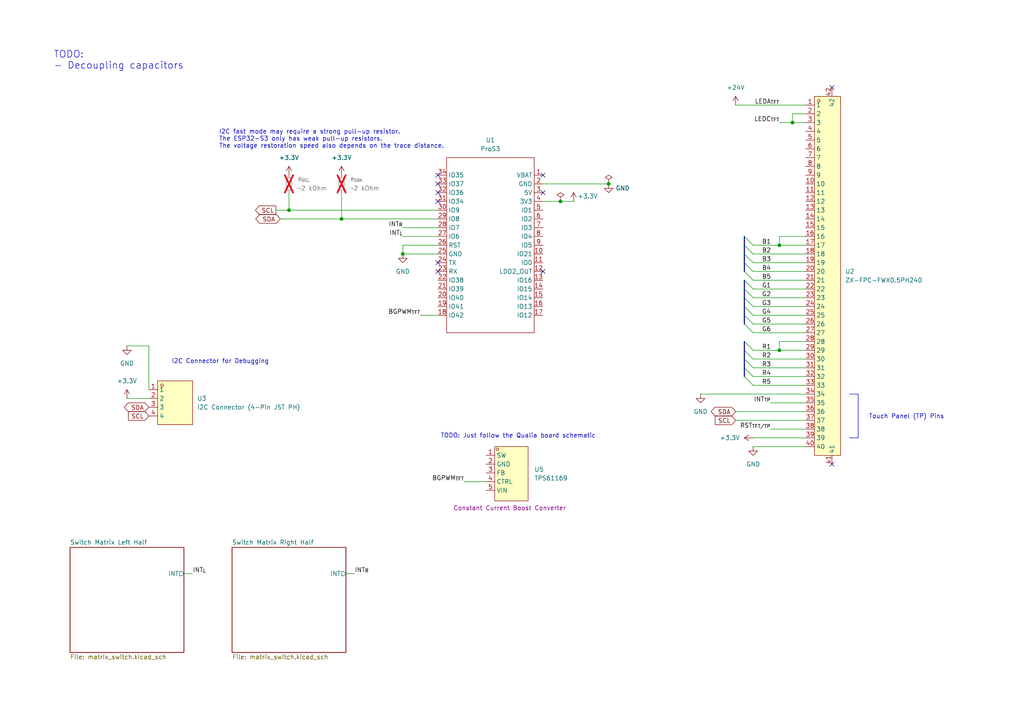
<source format=kicad_sch>
(kicad_sch (version 20250114) (generator "eeschema") (generator_version "9.0")
  (paper "A4")
  (title_block (title "Advanced Clicky Input Device") (company "Jakub Hlusička"))
  (lib_symbols
    (symbol "Device:R_Small" (pin_numbers (hide yes)) (pin_names (offset 0.254) (hide yes))
      (property "Reference" "R" (at 0 0 90))
      (property "Value" "R_Small" (at 1.778 0 90))
      (symbol "R_Small_0_1"
        (rectangle (start -0.762 1.778) (end 0.762 -1.778) (stroke (width 0.2032)))
      )
      (symbol "R_Small_1_1"
        (pin passive line (at 0 2.54 270) (length 0.762) (name "~") (number "1"))
        (pin passive line (at 0 -2.54 90) (length 0.762) (name "~") (number "2"))
      )
    )
    (symbol "UnexpectedMaker:ProS3"
      (property "Reference" "U" (at 0 -28.956 0))
      (property "Value" "ProS3" (at -0.508 27.178 0))
      (symbol "ProS3_0_1"
        (rectangle (start -12.7 25.4) (end 12.7 -25.4) (stroke (width 0.1524)))
      )
      (symbol "ProS3_1_1"
        (pin bidirectional line (at -15.24 20.32 0) (length 2.54) (name "IO35") (number "34"))
        (pin bidirectional line (at -15.24 17.78 0) (length 2.54) (name "IO37") (number "33"))
        (pin bidirectional line (at -15.24 15.24 0) (length 2.54) (name "IO36") (number "32"))
        (pin bidirectional line (at -15.24 12.7 0) (length 2.54) (name "IO34") (number "31"))
        (pin bidirectional line (at -15.24 10.16 0) (length 2.54) (name "IO9") (number "30"))
        (pin bidirectional line (at -15.24 7.62 0) (length 2.54) (name "IO8") (number "29"))
        (pin bidirectional line (at -15.24 5.08 0) (length 2.54) (name "IO7") (number "28"))
        (pin bidirectional line (at -15.24 2.54 0) (length 2.54) (name "IO6") (number "27"))
        (pin input line (at -15.24 0 0) (length 2.54) (name "RST") (number "26"))
        (pin power_in line (at -15.24 -2.54 0) (length 2.54) (name "GND") (number "25"))
        (pin bidirectional line (at -15.24 -5.08 0) (length 2.54) (name "TX") (number "24"))
        (pin bidirectional line (at -15.24 -7.62 0) (length 2.54) (name "RX") (number "23"))
        (pin bidirectional line (at -15.24 -10.16 0) (length 2.54) (name "IO38") (number "22"))
        (pin bidirectional line (at -15.24 -12.7 0) (length 2.54) (name "IO39") (number "21"))
        (pin bidirectional line (at -15.24 -15.24 0) (length 2.54) (name "IO40") (number "20"))
        (pin bidirectional line (at -15.24 -17.78 0) (length 2.54) (name "IO41") (number "19"))
        (pin bidirectional line (at -15.24 -20.32 0) (length 2.54) (name "IO42") (number "18"))
        (pin power_in line (at 15.24 20.32 180) (length 2.54) (name "VBAT") (number "1"))
        (pin power_in line (at 15.24 17.78 180) (length 2.54) (name "GND") (number "2"))
        (pin power_in line (at 15.24 15.24 180) (length 2.54) (name "5V") (number "3"))
        (pin power_in line (at 15.24 12.7 180) (length 2.54) (name "3V3") (number "4"))
        (pin bidirectional line (at 15.24 10.16 180) (length 2.54) (name "IO1") (number "5"))
        (pin bidirectional line (at 15.24 7.62 180) (length 2.54) (name "IO2") (number "6"))
        (pin bidirectional line (at 15.24 5.08 180) (length 2.54) (name "IO3") (number "7"))
        (pin bidirectional line (at 15.24 2.54 180) (length 2.54) (name "IO4") (number "8"))
        (pin bidirectional line (at 15.24 0 180) (length 2.54) (name "IO5") (number "9"))
        (pin bidirectional line (at 15.24 -2.54 180) (length 2.54) (name "IO21") (number "10"))
        (pin bidirectional line (at 15.24 -5.08 180) (length 2.54) (name "IO0") (number "11"))
        (pin power_out line (at 15.24 -7.62 180) (length 2.54) (name "LDO2_OUT") (number "12"))
        (pin bidirectional line (at 15.24 -10.16 180) (length 2.54) (name "IO16") (number "13"))
        (pin bidirectional line (at 15.24 -12.7 180) (length 2.54) (name "IO15") (number "14"))
        (pin bidirectional line (at 15.24 -15.24 180) (length 2.54) (name "IO14") (number "15"))
        (pin bidirectional line (at 15.24 -17.78 180) (length 2.54) (name "IO13") (number "16"))
        (pin bidirectional line (at 15.24 -20.32 180) (length 2.54) (name "IO12") (number "17"))
      )
    )
    (symbol "easyeda2kicad:B4B-PH-K(LF)(SN)"
      (property "Reference" "U" (at 0 7.62 0))
      (property "Value" "B4B-PH-K(LF)(SN)" (at 0 -10.16 0))
      (symbol "B4B-PH-K(LF)(SN)_0_1"
        (rectangle (start -2.54 5.08) (end 7.62 -7.62) (fill (type background)))
        (circle (center -1.27 3.81) (radius 0.38))
        (pin unspecified line (at -5.08 2.54 0) (length 2.54) (name "1") (number "1"))
        (pin unspecified line (at -5.08 0 0) (length 2.54) (name "2") (number "2"))
        (pin unspecified line (at -5.08 -2.54 0) (length 2.54) (name "3") (number "3"))
        (pin unspecified line (at -5.08 -5.08 0) (length 2.54) (name "4") (number "4"))
      )
    )
    (symbol "easyeda2kicad:TPS61169DCKR"
      (property "Reference" "U" (at 0 10.16 0))
      (property "Value" "TPS61169DCKR" (at 0 -10.16 0))
      (symbol "TPS61169DCKR_0_1"
        (rectangle (start -2.54 7.62) (end 7.11 -8.13) (fill (type background)))
        (circle (center -1.78 6.86) (radius 0.38))
        (pin unspecified line (at -5.08 5.08 0) (length 2.54) (name "SW") (number "1"))
        (pin unspecified line (at -5.08 2.54 0) (length 2.54) (name "GND") (number "2"))
        (pin unspecified line (at -5.08 0 0) (length 2.54) (name "FB") (number "3"))
        (pin unspecified line (at -5.08 -2.54 0) (length 2.54) (name "CTRL") (number "4"))
        (pin unspecified line (at -5.08 -5.08 0) (length 2.54) (name "VIN") (number "5"))
      )
    )
    (symbol "easyeda2kicad:ZX-FPC-FWX0.5PH240"
      (property "Reference" "U" (at 0 60.96 0))
      (property "Value" "ZX-FPC-FWX0.5PH240" (at 0 -58.42 0))
      (symbol "ZX-FPC-FWX0.5PH240_0_1"
        (rectangle (start -2.54 53.34) (end 5.08 -50.8) (fill (type background)))
        (circle (center -1.27 52.07) (radius 0.38))
        (pin unspecified line (at -5.08 50.8 0) (length 2.54) (name "1") (number "1"))
        (pin unspecified line (at -5.08 48.26 0) (length 2.54) (name "2") (number "2"))
        (pin unspecified line (at -5.08 45.72 0) (length 2.54) (name "3") (number "3"))
        (pin unspecified line (at -5.08 43.18 0) (length 2.54) (name "4") (number "4"))
        (pin unspecified line (at -5.08 40.64 0) (length 2.54) (name "5") (number "5"))
        (pin unspecified line (at -5.08 38.1 0) (length 2.54) (name "6") (number "6"))
        (pin unspecified line (at -5.08 35.56 0) (length 2.54) (name "7") (number "7"))
        (pin unspecified line (at -5.08 33.02 0) (length 2.54) (name "8") (number "8"))
        (pin unspecified line (at -5.08 30.48 0) (length 2.54) (name "9") (number "9"))
        (pin unspecified line (at -5.08 27.94 0) (length 2.54) (name "10") (number "10"))
        (pin unspecified line (at -5.08 25.4 0) (length 2.54) (name "11") (number "11"))
        (pin unspecified line (at -5.08 22.86 0) (length 2.54) (name "12") (number "12"))
        (pin unspecified line (at -5.08 20.32 0) (length 2.54) (name "13") (number "13"))
        (pin unspecified line (at -5.08 17.78 0) (length 2.54) (name "14") (number "14"))
        (pin unspecified line (at -5.08 15.24 0) (length 2.54) (name "15") (number "15"))
        (pin unspecified line (at -5.08 12.7 0) (length 2.54) (name "16") (number "16"))
        (pin unspecified line (at -5.08 10.16 0) (length 2.54) (name "17") (number "17"))
        (pin unspecified line (at -5.08 7.62 0) (length 2.54) (name "18") (number "18"))
        (pin unspecified line (at -5.08 5.08 0) (length 2.54) (name "19") (number "19"))
        (pin unspecified line (at -5.08 2.54 0) (length 2.54) (name "20") (number "20"))
        (pin unspecified line (at -5.08 0 0) (length 2.54) (name "21") (number "21"))
        (pin unspecified line (at -5.08 -2.54 0) (length 2.54) (name "22") (number "22"))
        (pin unspecified line (at -5.08 -5.08 0) (length 2.54) (name "23") (number "23"))
        (pin unspecified line (at -5.08 -7.62 0) (length 2.54) (name "24") (number "24"))
        (pin unspecified line (at -5.08 -10.16 0) (length 2.54) (name "25") (number "25"))
        (pin unspecified line (at -5.08 -12.7 0) (length 2.54) (name "26") (number "26"))
        (pin unspecified line (at -5.08 -15.24 0) (length 2.54) (name "27") (number "27"))
        (pin unspecified line (at -5.08 -17.78 0) (length 2.54) (name "28") (number "28"))
        (pin unspecified line (at -5.08 -20.32 0) (length 2.54) (name "29") (number "29"))
        (pin unspecified line (at -5.08 -22.86 0) (length 2.54) (name "30") (number "30"))
        (pin unspecified line (at -5.08 -25.4 0) (length 2.54) (name "31") (number "31"))
        (pin unspecified line (at -5.08 -27.94 0) (length 2.54) (name "32") (number "32"))
        (pin unspecified line (at -5.08 -30.48 0) (length 2.54) (name "33") (number "33"))
        (pin unspecified line (at -5.08 -33.02 0) (length 2.54) (name "34") (number "34"))
        (pin unspecified line (at -5.08 -35.56 0) (length 2.54) (name "35") (number "35"))
        (pin unspecified line (at -5.08 -38.1 0) (length 2.54) (name "36") (number "36"))
        (pin unspecified line (at -5.08 -40.64 0) (length 2.54) (name "37") (number "37"))
        (pin unspecified line (at -5.08 -43.18 0) (length 2.54) (name "38") (number "38"))
        (pin unspecified line (at -5.08 -45.72 0) (length 2.54) (name "39") (number "39"))
        (pin unspecified line (at -5.08 -48.26 0) (length 2.54) (name "40") (number "40"))
        (pin unspecified line (at 2.54 55.88 270) (length 2.54) (name "42") (number "42"))
        (pin unspecified line (at 2.54 -53.34 90) (length 2.54) (name "41") (number "41"))
      )
    )
    (symbol "power:+24V" (power) (pin_numbers (hide yes)) (pin_names (offset 0) (hide yes))
      (property "Value" "+24V" (at 0 3.556 0))
      (symbol "+24V_0_1"
        (polyline (pts (xy -0.762 1.27) (xy 0 2.54)))
        (polyline (pts (xy 0 2.54) (xy 0.762 1.27)))
        (polyline (pts (xy 0 0) (xy 0 2.54)))
      )
      (symbol "+24V_1_1"
        (pin power_in line (at 0 0 90) (length 0) (name "~") (number "1"))
      )
    )
    (symbol "power:+3.3V" (power) (pin_numbers (hide yes)) (pin_names (offset 0) (hide yes))
      (property "Value" "+3.3V" (at 0 3.556 0))
      (symbol "+3.3V_0_1"
        (polyline (pts (xy -0.762 1.27) (xy 0 2.54)))
        (polyline (pts (xy 0 2.54) (xy 0.762 1.27)))
        (polyline (pts (xy 0 0) (xy 0 2.54)))
      )
      (symbol "+3.3V_1_1"
        (pin power_in line (at 0 0 90) (length 0) (name "~") (number "1"))
      )
    )
    (symbol "power:GND" (power) (pin_numbers (hide yes)) (pin_names (offset 0) (hide yes))
      (property "Value" "GND" (at 0 -3.81 0))
      (symbol "GND_0_1"
        (polyline (pts (xy 0 0) (xy 0 -1.27) (xy 1.27 -1.27) (xy 0 -2.54) (xy -1.27 -1.27) (xy 0 -1.27)))
      )
      (symbol "GND_1_1"
        (pin power_in line (at 0 0 270) (length 0) (name "~") (number "1"))
      )
    )
    (symbol "power:PWR_FLAG" (power) (pin_numbers (hide yes)) (pin_names (offset 0) (hide yes))
      (property "Value" "PWR_FLAG" (at 0 3.81 0))
      (symbol "PWR_FLAG_0_0"
        (pin power_out line (at 0 0 90) (length 0) (name "~") (number "1"))
      )
      (symbol "PWR_FLAG_0_1"
        (polyline (pts (xy 0 0) (xy 0 1.27) (xy -1.016 1.905) (xy 0 2.54) (xy 1.016 1.905) (xy 0 1.27)))
      )
    )
  )
  (text "TODO:\n- Decoupling capacitors" (at 15.494 17.526 0) (effects (font (size 2 2)) (justify left)))
  (text "Touch Panel (TP) Pins" (at 251.968 120.904 0) (effects (font (size 1.27 1.27)) (justify left)))
  (text "TODO: Just follow the Qualia board schematic" (at 127.762 126.492 0) (effects (font (size 1.27 1.27)) (justify left)))
  (text "I2C fast mode may require a strong pull-up resistor.\nThe ESP32-S3 only has weak pull-up resistors.\nThe voltage restoration speed also depends on the trace distance." (at 63.5 40.386 0) (effects (font (size 1.27 1.27)) (justify left)))
  (text "I2C Connector for Debugging" (at 49.784 104.902 0) (effects (font (size 1.27 1.27)) (justify left)))
  (junction (at 162.56 58.42))
  (junction (at 99.06 63.5))
  (junction (at 83.82 60.96))
  (junction (at 176.53 53.34))
  (junction (at 226.06 71.12))
  (junction (at 226.06 101.6))
  (junction (at 116.84 73.66))
  (junction (at 229.87 35.56))
  (no_connect (at 157.48 78.74))
  (no_connect (at 157.48 55.88))
  (no_connect (at 127 55.88))
  (no_connect (at 127 76.2))
  (no_connect (at 157.48 50.8))
  (no_connect (at 127 53.34))
  (no_connect (at 241.3 25.4))
  (no_connect (at 127 50.8))
  (no_connect (at 127 78.74))
  (no_connect (at 241.3 134.62))
  (no_connect (at 127 58.42))
  (bus_entry (at 215.9 101.6) (size 2.54 2.54))
  (bus_entry (at 215.9 109.22) (size 2.54 2.54))
  (bus_entry (at 215.9 71.12) (size 2.54 2.54))
  (bus_entry (at 215.9 68.58) (size 2.54 2.54))
  (bus_entry (at 215.9 104.14) (size 2.54 2.54))
  (bus_entry (at 215.9 81.28) (size 2.54 2.54))
  (bus_entry (at 215.9 78.74) (size 2.54 2.54))
  (bus_entry (at 215.9 106.68) (size 2.54 2.54))
  (bus_entry (at 215.9 99.06) (size 2.54 2.54))
  (bus_entry (at 215.9 76.2) (size 2.54 2.54))
  (bus_entry (at 215.9 73.66) (size 2.54 2.54))
  (bus_entry (at 215.9 83.82) (size 2.54 2.54))
  (bus_entry (at 215.9 93.98) (size 2.54 2.54))
  (bus_entry (at 215.9 88.9) (size 2.54 2.54))
  (bus_entry (at 215.9 91.44) (size 2.54 2.54))
  (bus_entry (at 215.9 86.36) (size 2.54 2.54))
  (wire (pts (xy 116.84 68.58) (xy 127 68.58)))
  (wire (pts (xy 121.92 91.44) (xy 127 91.44)))
  (wire (pts (xy 229.87 35.56) (xy 229.87 33.02)))
  (wire (pts (xy 127 71.12) (xy 116.84 71.12)))
  (wire (pts (xy 218.44 127) (xy 233.68 127)))
  (wire (pts (xy 229.87 35.56) (xy 233.68 35.56)))
  (bus (pts (xy 215.9 71.12) (xy 215.9 73.66)))
  (wire (pts (xy 116.84 66.04) (xy 127 66.04)))
  (bus (pts (xy 215.9 68.58) (xy 215.9 71.12)))
  (wire (pts (xy 218.44 73.66) (xy 233.68 73.66)))
  (wire (pts (xy 218.44 129.54) (xy 233.68 129.54)))
  (wire (pts (xy 218.44 91.44) (xy 233.68 91.44)))
  (wire (pts (xy 134.62 139.7) (xy 140.97 139.7)))
  (wire (pts (xy 218.44 71.12) (xy 226.06 71.12)))
  (wire (pts (xy 99.06 63.5) (xy 127 63.5)))
  (wire (pts (xy 80.01 60.96) (xy 83.82 60.96)))
  (wire (pts (xy 36.83 100.33) (xy 43.18 100.33)))
  (polyline (pts (xy 246.38 127) (xy 248.92 127)))
  (wire (pts (xy 218.44 88.9) (xy 233.68 88.9)))
  (wire (pts (xy 203.2 114.3) (xy 233.68 114.3)))
  (wire (pts (xy 226.06 71.12) (xy 233.68 71.12)))
  (bus (pts (xy 215.9 76.2) (xy 215.9 78.74)))
  (wire (pts (xy 213.36 119.38) (xy 233.68 119.38)))
  (wire (pts (xy 218.44 81.28) (xy 233.68 81.28)))
  (wire (pts (xy 218.44 83.82) (xy 233.68 83.82)))
  (wire (pts (xy 229.87 33.02) (xy 233.68 33.02)))
  (polyline (pts (xy 246.38 114.3) (xy 248.92 114.3)))
  (wire (pts (xy 226.06 101.6) (xy 233.68 101.6)))
  (wire (pts (xy 226.06 35.56) (xy 229.87 35.56)))
  (wire (pts (xy 102.87 166.37) (xy 100.33 166.37)))
  (wire (pts (xy 116.84 73.66) (xy 127 73.66)))
  (wire (pts (xy 223.52 124.46) (xy 233.68 124.46)))
  (wire (pts (xy 55.88 166.37) (xy 53.34 166.37)))
  (wire (pts (xy 226.06 68.58) (xy 226.06 71.12)))
  (bus (pts (xy 215.9 86.36) (xy 215.9 88.9)))
  (wire (pts (xy 218.44 76.2) (xy 233.68 76.2)))
  (wire (pts (xy 157.48 58.42) (xy 162.56 58.42)))
  (wire (pts (xy 116.84 71.12) (xy 116.84 73.66)))
  (bus (pts (xy 215.9 83.82) (xy 215.9 86.36)))
  (wire (pts (xy 218.44 78.74) (xy 233.68 78.74)))
  (bus (pts (xy 215.9 88.9) (xy 215.9 91.44)))
  (wire (pts (xy 213.36 121.92) (xy 233.68 121.92)))
  (bus (pts (xy 215.9 104.14) (xy 215.9 106.68)))
  (wire (pts (xy 218.44 96.52) (xy 233.68 96.52)))
  (wire (pts (xy 99.06 55.88) (xy 99.06 63.5)))
  (wire (pts (xy 213.36 30.48) (xy 233.68 30.48)))
  (wire (pts (xy 218.44 93.98) (xy 233.68 93.98)))
  (bus (pts (xy 215.9 99.06) (xy 215.9 101.6)))
  (wire (pts (xy 223.52 116.84) (xy 233.68 116.84)))
  (bus (pts (xy 215.9 101.6) (xy 215.9 104.14)))
  (bus (pts (xy 215.9 81.28) (xy 215.9 83.82)))
  (bus (pts (xy 215.9 91.44) (xy 215.9 93.98)))
  (wire (pts (xy 218.44 86.36) (xy 233.68 86.36)))
  (wire (pts (xy 226.06 68.58) (xy 233.68 68.58)))
  (wire (pts (xy 226.06 99.06) (xy 226.06 101.6)))
  (wire (pts (xy 218.44 111.76) (xy 233.68 111.76)))
  (bus (pts (xy 215.9 73.66) (xy 215.9 76.2)))
  (wire (pts (xy 157.48 53.34) (xy 176.53 53.34)))
  (wire (pts (xy 218.44 109.22) (xy 233.68 109.22)))
  (wire (pts (xy 218.44 101.6) (xy 226.06 101.6)))
  (wire (pts (xy 83.82 60.96) (xy 127 60.96)))
  (bus (pts (xy 215.9 106.68) (xy 215.9 109.22)))
  (wire (pts (xy 81.28 63.5) (xy 99.06 63.5)))
  (wire (pts (xy 226.06 99.06) (xy 233.68 99.06)))
  (wire (pts (xy 218.44 104.14) (xy 233.68 104.14)))
  (polyline (pts (xy 248.92 114.3) (xy 248.92 127)))
  (wire (pts (xy 218.44 106.68) (xy 233.68 106.68)))
  (wire (pts (xy 43.18 113.03) (xy 43.18 100.33)))
  (wire (pts (xy 83.82 55.88) (xy 83.82 60.96)))
  (wire (pts (xy 162.56 58.42) (xy 166.37 58.42)))
  (wire (pts (xy 36.83 115.57) (xy 43.18 115.57)))
  (label "B2" (at 220.98 73.66 0))
  (label "INT_{R}" (at 102.87 166.37 0))
  (label "RST_{TFT{slash}TP}" (at 223.52 124.46 180))
  (label "G2" (at 220.98 86.36 0))
  (label "G4" (at 220.98 91.44 0))
  (label "G5" (at 220.98 93.98 0))
  (label "G6" (at 220.98 96.52 0))
  (label "G1" (at 220.98 83.82 0))
  (label "G3" (at 220.98 88.9 0))
  (label "LEDC_{TFT}" (at 226.06 35.56 180))
  (label "LEDA_{TFT}" (at 226.06 30.48 180))
  (label "B1" (at 220.98 71.12 0))
  (label "B3" (at 220.98 76.2 0))
  (label "B4" (at 220.98 78.74 0))
  (label "B5" (at 220.98 81.28 0))
  (label "INT_{L}" (at 116.84 68.58 180))
  (label "INT_{TP}" (at 223.52 116.84 180))
  (label "R2" (at 220.98 104.14 0))
  (label "R3" (at 220.98 106.68 0))
  (label "R4" (at 220.98 109.22 0))
  (label "R5" (at 220.98 111.76 0))
  (label "R1" (at 220.98 101.6 0))
  (label "BGPWM_{TFT}" (at 121.92 91.44 180))
  (label "BGPWM_{TFT}" (at 134.62 139.7 180))
  (label "INT_{R}" (at 116.84 66.04 180))
  (label "INT_{L}" (at 55.88 166.37 0))
  (global_label "SDA" (shape bidirectional) (at 43.18 118.11 180) (property "Intersheetrefs" "${INTERSHEET_REFS}" (effects (hide yes))))
  (global_label "SCL" (shape output) (at 80.01 60.96 180) (property "Intersheetrefs" "${INTERSHEET_REFS}" (effects (hide yes))))
  (global_label "SDA" (shape bidirectional) (at 81.28 63.5 180) (property "Intersheetrefs" "${INTERSHEET_REFS}" (effects (hide yes))))
  (global_label "SDA" (shape bidirectional) (at 213.36 119.38 180) (property "Intersheetrefs" "${INTERSHEET_REFS}" (effects (hide yes))))
  (global_label "SCL" (shape input) (at 213.36 121.92 180) (property "Intersheetrefs" "${INTERSHEET_REFS}" (effects (hide yes))))
  (global_label "SCL" (shape input) (at 43.18 120.65 180) (property "Intersheetrefs" "${INTERSHEET_REFS}" (effects (hide yes))))
  (symbol (lib_id "power:+3.3V") (at 218.44 127 90) (unit 1)
    (property "Reference" "#PWR09" (effects (hide yes)))
    (property "Value" "+3.3V" (at 214.63 126.9999 90) (effects (justify left)))
    (property "Description" "Power symbol creates a global label with name \"+3.3V\"" (effects (hide yes)))
  )
  (symbol (lib_id "power:+3.3V") (at 83.82 50.8 0) (unit 1)
    (property "Reference" "#PWR07" (effects (hide yes)))
    (property "Value" "+3.3V" (at 83.82 45.72 0))
    (property "Description" "Power symbol creates a global label with name \"+3.3V\"" (effects (hide yes)))
  )
  (symbol (lib_id "easyeda2kicad:TPS61169DCKR") (at 146.05 137.16 0) (unit 1)
    (property "Reference" "U5" (at 154.94 136.1449 0) (effects (justify left)))
    (property "Value" "TPS61169" (at 154.94 138.6849 0) (effects (justify left)))
    (property "Footprint" "easyeda2kicad:SC-70-5_L2.1-W1.3-P0.65-LS2.1-BR" (effects (hide yes)))
    (property "Datasheet" "https://lcsc.com/product-detail/LED-Drivers_TI_TPS61169DCKR_TPS61169DCKR_C71045.html" (effects (hide yes)))
    (property "Description" "Constant Current Boost Converter" (at 147.828 147.32 0))
    (property "LCSC Part" "C71045" (effects (hide yes)))
  )
  (symbol (lib_id "power:+3.3V") (at 166.37 58.42 0) (unit 1)
    (property "Reference" "#PWR03" (effects (hide yes)))
    (property "Value" "+3.3V" (at 170.434 56.896 0))
    (property "Description" "Power symbol creates a global label with name \"+3.3V\"" (effects (hide yes)))
  )
  (symbol (lib_id "power:GND") (at 36.83 100.33 0) (unit 1)
    (property "Reference" "#PWR05" (effects (hide yes)))
    (property "Value" "GND" (at 36.83 105.41 0))
    (property "Description" "Power symbol creates a global label with name \"GND\" , ground" (effects (hide yes)))
  )
  (symbol (lib_id "power:GND") (at 203.2 114.3 0) (unit 1)
    (property "Reference" "#PWR010" (effects (hide yes)))
    (property "Value" "GND" (at 203.2 119.38 0))
    (property "Description" "Power symbol creates a global label with name \"GND\" , ground" (effects (hide yes)))
  )
  (symbol (lib_id "power:PWR_FLAG") (at 162.56 58.42 0) (unit 1)
    (property "Reference" "#FLG02" (effects (hide yes)))
    (property "Value" "PWR_FLAG" (effects (hide yes)))
    (property "Description" "Special symbol for telling ERC where power comes from" (effects (hide yes)))
  )
  (symbol (lib_id "power:+3.3V") (at 99.06 50.8 0) (unit 1)
    (property "Reference" "#PWR08" (effects (hide yes)))
    (property "Value" "+3.3V" (at 99.06 45.72 0))
    (property "Description" "Power symbol creates a global label with name \"+3.3V\"" (effects (hide yes)))
  )
  (symbol (lib_id "power:PWR_FLAG") (at 176.53 53.34 0) (unit 1)
    (property "Reference" "#FLG01" (effects (hide yes)))
    (property "Value" "GND_FLAG" (effects (hide yes)))
    (property "Description" "Special symbol for telling ERC where power comes from" (effects (hide yes)))
  )
  (symbol (lib_id "power:GND") (at 116.84 73.66 0) (unit 1)
    (property "Reference" "#PWR02" (effects (hide yes)))
    (property "Value" "GND" (at 116.84 78.74 0))
    (property "Description" "Power symbol creates a global label with name \"GND\" , ground" (effects (hide yes)))
  )
  (symbol (lib_id "Device:R_Small") (at 99.06 53.34 0) (unit 1) (dnp yes)
    (property "Reference" "R_{SDA}" (at 101.6 52.0699 0) (effects (font (size 1.016 1.016)) (justify left)))
    (property "Value" "~2 kOhm" (at 101.6 54.6099 0) (effects (justify left)))
    (property "Description" "Resistor, small symbol" (effects (hide yes)))
  )
  (symbol (lib_id "Device:R_Small") (at 83.82 53.34 0) (unit 1) (dnp yes)
    (property "Reference" "R_{SCL}" (at 86.36 52.0699 0) (effects (font (size 1.016 1.016)) (justify left)))
    (property "Value" "~2 kOhm" (at 86.36 54.6099 0) (effects (justify left)))
    (property "Description" "Resistor, small symbol" (effects (hide yes)))
  )
  (symbol (lib_id "power:+24V") (at 213.36 30.48 0) (unit 1)
    (property "Reference" "#PWR016" (effects (hide yes)))
    (property "Value" "+24V" (at 213.36 25.4 0))
    (property "Description" "Power symbol creates a global label with name \"+24V\"" (effects (hide yes)))
  )
  (symbol (lib_id "UnexpectedMaker:ProS3") (at 142.24 71.12 0) (unit 1)
    (property "Reference" "U1" (at 142.24 40.64 0))
    (property "Value" "ProS3" (at 142.24 43.18 0))
    (property "Footprint" "UnexpectedMaker:ProS3_TH" (effects (hide yes)))
  )
  (symbol (lib_id "power:+3.3V") (at 36.83 115.57 0) (unit 1)
    (property "Reference" "#PWR04" (effects (hide yes)))
    (property "Value" "+3.3V" (at 36.83 110.49 0))
    (property "Description" "Power symbol creates a global label with name \"+3.3V\"" (effects (hide yes)))
  )
  (symbol (lib_id "power:GND") (at 218.44 129.54 0) (unit 1)
    (property "Reference" "#PWR06" (effects (hide yes)))
    (property "Value" "GND" (at 218.44 134.62 0))
    (property "Description" "Power symbol creates a global label with name \"GND\" , ground" (effects (hide yes)))
  )
  (symbol (lib_id "easyeda2kicad:ZX-FPC-FWX0.5PH240") (at 238.76 81.28 0) (unit 1)
    (property "Reference" "U2" (at 245.11 78.7399 0) (effects (justify left)))
    (property "Value" "ZX-FPC-FWX0.5PH240" (at 245.11 81.2799 0) (effects (justify left)))
    (property "Footprint" "easyeda2kicad:FPC-SMD_40P-P0.50_MEGASTAR_ZX-FPC-FWX0.5PH240" (effects (hide yes)))
    (property "LCSC Part" "C7419871" (effects (hide yes)))
  )
  (symbol (lib_id "easyeda2kicad:B4B-PH-K(LF)(SN)") (at 48.26 115.57 0) (unit 1)
    (property "Reference" "U3" (at 57.15 115.5699 0) (effects (justify left)))
    (property "Value" "I2C Connector (4-Pin JST PH)" (at 57.15 118.1099 0) (effects (justify left)))
    (property "Footprint" "easyeda2kicad:CONN-TH_B4B-PH-K-LF-SN" (effects (hide yes)))
    (property "Datasheet" "https://lcsc.com/product-detail/Others_JST-Sales-America_B4B-PH-K-LF-SN_JST-Sales-America-B4B-PH-K-LF-SN_C265289.html" (effects (hide yes)))
    (property "LCSC Part" "C265289" (effects (hide yes)))
  )
  (symbol (lib_id "power:GND") (at 176.53 53.34 0) (unit 1)
    (property "Reference" "#PWR01" (effects (hide yes)))
    (property "Value" "GND" (at 180.594 54.61 0))
    (property "Description" "Power symbol creates a global label with name \"GND\" , ground" (effects (hide yes)))
  )
  (sheet (at 67.31 158.75) (size 33.02 30.48) (stroke (width 0.1524))
    (property "Sheetname" "Switch Matrix Right Half" (at 67.31 158.0384 0) (effects (justify left bottom)))
    (property "Sheetfile" "matrix_switch.kicad_sch" (at 67.31 189.8146 0) (effects (justify left top)))
    (pin "INT" output (at 100.33 166.37 0))
  )
  (sheet (at 20.32 158.75) (size 33.02 30.48) (stroke (width 0.1524))
    (property "Sheetname" "Switch Matrix Left Half" (at 20.32 158.0384 0) (effects (justify left bottom)))
    (property "Sheetfile" "matrix_switch.kicad_sch" (at 20.32 189.8146 0) (effects (justify left top)))
    (pin "INT" output (at 53.34 166.37 0))
  )
)
</source>
